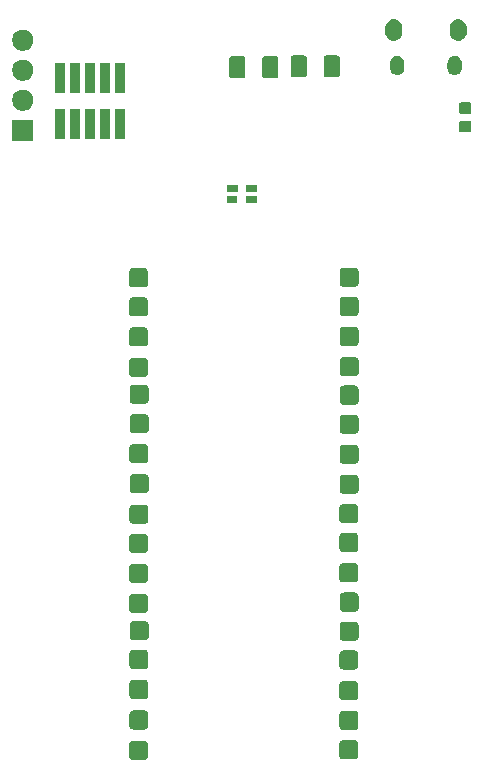
<source format=gbr>
G04 #@! TF.GenerationSoftware,KiCad,Pcbnew,(5.1.5-rc2)*
G04 #@! TF.CreationDate,2020-01-23T16:56:21-08:00*
G04 #@! TF.ProjectId,fpgb,66706762-2e6b-4696-9361-645f70636258,0.1*
G04 #@! TF.SameCoordinates,Original*
G04 #@! TF.FileFunction,Soldermask,Top*
G04 #@! TF.FilePolarity,Negative*
%FSLAX46Y46*%
G04 Gerber Fmt 4.6, Leading zero omitted, Abs format (unit mm)*
G04 Created by KiCad (PCBNEW (5.1.5-rc2)) date 2020-01-23 16:56:21*
%MOMM*%
%LPD*%
G04 APERTURE LIST*
%ADD10C,0.100000*%
G04 APERTURE END LIST*
D10*
G36*
X110670393Y-104655003D02*
G01*
X110734811Y-104674544D01*
X110794181Y-104706278D01*
X110846217Y-104748983D01*
X110888922Y-104801019D01*
X110920656Y-104860389D01*
X110940197Y-104924807D01*
X110947400Y-104997940D01*
X110947400Y-105923660D01*
X110940197Y-105996793D01*
X110920656Y-106061211D01*
X110888922Y-106120581D01*
X110846217Y-106172617D01*
X110794181Y-106215322D01*
X110734811Y-106247056D01*
X110670393Y-106266597D01*
X110597260Y-106273800D01*
X109671540Y-106273800D01*
X109598407Y-106266597D01*
X109533989Y-106247056D01*
X109474619Y-106215322D01*
X109422583Y-106172617D01*
X109379878Y-106120581D01*
X109348144Y-106061211D01*
X109328603Y-105996793D01*
X109321400Y-105923660D01*
X109321400Y-104997940D01*
X109328603Y-104924807D01*
X109348144Y-104860389D01*
X109379878Y-104801019D01*
X109422583Y-104748983D01*
X109474619Y-104706278D01*
X109533989Y-104674544D01*
X109598407Y-104655003D01*
X109671540Y-104647800D01*
X110597260Y-104647800D01*
X110670393Y-104655003D01*
G37*
G36*
X128475793Y-104604203D02*
G01*
X128540211Y-104623744D01*
X128599581Y-104655478D01*
X128651617Y-104698183D01*
X128694322Y-104750219D01*
X128726056Y-104809589D01*
X128745597Y-104874007D01*
X128752800Y-104947140D01*
X128752800Y-105872860D01*
X128745597Y-105945993D01*
X128726056Y-106010411D01*
X128694322Y-106069781D01*
X128651617Y-106121817D01*
X128599581Y-106164522D01*
X128540211Y-106196256D01*
X128475793Y-106215797D01*
X128402660Y-106223000D01*
X127476940Y-106223000D01*
X127403807Y-106215797D01*
X127339389Y-106196256D01*
X127280019Y-106164522D01*
X127227983Y-106121817D01*
X127185278Y-106069781D01*
X127153544Y-106010411D01*
X127134003Y-105945993D01*
X127126800Y-105872860D01*
X127126800Y-104947140D01*
X127134003Y-104874007D01*
X127153544Y-104809589D01*
X127185278Y-104750219D01*
X127227983Y-104698183D01*
X127280019Y-104655478D01*
X127339389Y-104623744D01*
X127403807Y-104604203D01*
X127476940Y-104597000D01*
X128402660Y-104597000D01*
X128475793Y-104604203D01*
G37*
G36*
X128475793Y-102115003D02*
G01*
X128540211Y-102134544D01*
X128599581Y-102166278D01*
X128651617Y-102208983D01*
X128694322Y-102261019D01*
X128726056Y-102320389D01*
X128745597Y-102384807D01*
X128752800Y-102457940D01*
X128752800Y-103383660D01*
X128745597Y-103456793D01*
X128726056Y-103521211D01*
X128694322Y-103580581D01*
X128651617Y-103632617D01*
X128599581Y-103675322D01*
X128540211Y-103707056D01*
X128475793Y-103726597D01*
X128402660Y-103733800D01*
X127476940Y-103733800D01*
X127403807Y-103726597D01*
X127339389Y-103707056D01*
X127280019Y-103675322D01*
X127227983Y-103632617D01*
X127185278Y-103580581D01*
X127153544Y-103521211D01*
X127134003Y-103456793D01*
X127126800Y-103383660D01*
X127126800Y-102457940D01*
X127134003Y-102384807D01*
X127153544Y-102320389D01*
X127185278Y-102261019D01*
X127227983Y-102208983D01*
X127280019Y-102166278D01*
X127339389Y-102134544D01*
X127403807Y-102115003D01*
X127476940Y-102107800D01*
X128402660Y-102107800D01*
X128475793Y-102115003D01*
G37*
G36*
X110695793Y-102089603D02*
G01*
X110760211Y-102109144D01*
X110819581Y-102140878D01*
X110871617Y-102183583D01*
X110914322Y-102235619D01*
X110946056Y-102294989D01*
X110965597Y-102359407D01*
X110972800Y-102432540D01*
X110972800Y-103358260D01*
X110965597Y-103431393D01*
X110946056Y-103495811D01*
X110914322Y-103555181D01*
X110871617Y-103607217D01*
X110819581Y-103649922D01*
X110760211Y-103681656D01*
X110695793Y-103701197D01*
X110622660Y-103708400D01*
X109696940Y-103708400D01*
X109623807Y-103701197D01*
X109559389Y-103681656D01*
X109500019Y-103649922D01*
X109447983Y-103607217D01*
X109405278Y-103555181D01*
X109373544Y-103495811D01*
X109354003Y-103431393D01*
X109346800Y-103358260D01*
X109346800Y-102432540D01*
X109354003Y-102359407D01*
X109373544Y-102294989D01*
X109405278Y-102235619D01*
X109447983Y-102183583D01*
X109500019Y-102140878D01*
X109559389Y-102109144D01*
X109623807Y-102089603D01*
X109696940Y-102082400D01*
X110622660Y-102082400D01*
X110695793Y-102089603D01*
G37*
G36*
X128475793Y-99600403D02*
G01*
X128540211Y-99619944D01*
X128599581Y-99651678D01*
X128651617Y-99694383D01*
X128694322Y-99746419D01*
X128726056Y-99805789D01*
X128745597Y-99870207D01*
X128752800Y-99943340D01*
X128752800Y-100869060D01*
X128745597Y-100942193D01*
X128726056Y-101006611D01*
X128694322Y-101065981D01*
X128651617Y-101118017D01*
X128599581Y-101160722D01*
X128540211Y-101192456D01*
X128475793Y-101211997D01*
X128402660Y-101219200D01*
X127476940Y-101219200D01*
X127403807Y-101211997D01*
X127339389Y-101192456D01*
X127280019Y-101160722D01*
X127227983Y-101118017D01*
X127185278Y-101065981D01*
X127153544Y-101006611D01*
X127134003Y-100942193D01*
X127126800Y-100869060D01*
X127126800Y-99943340D01*
X127134003Y-99870207D01*
X127153544Y-99805789D01*
X127185278Y-99746419D01*
X127227983Y-99694383D01*
X127280019Y-99651678D01*
X127339389Y-99619944D01*
X127403807Y-99600403D01*
X127476940Y-99593200D01*
X128402660Y-99593200D01*
X128475793Y-99600403D01*
G37*
G36*
X110695793Y-99498803D02*
G01*
X110760211Y-99518344D01*
X110819581Y-99550078D01*
X110871617Y-99592783D01*
X110914322Y-99644819D01*
X110946056Y-99704189D01*
X110965597Y-99768607D01*
X110972800Y-99841740D01*
X110972800Y-100767460D01*
X110965597Y-100840593D01*
X110946056Y-100905011D01*
X110914322Y-100964381D01*
X110871617Y-101016417D01*
X110819581Y-101059122D01*
X110760211Y-101090856D01*
X110695793Y-101110397D01*
X110622660Y-101117600D01*
X109696940Y-101117600D01*
X109623807Y-101110397D01*
X109559389Y-101090856D01*
X109500019Y-101059122D01*
X109447983Y-101016417D01*
X109405278Y-100964381D01*
X109373544Y-100905011D01*
X109354003Y-100840593D01*
X109346800Y-100767460D01*
X109346800Y-99841740D01*
X109354003Y-99768607D01*
X109373544Y-99704189D01*
X109405278Y-99644819D01*
X109447983Y-99592783D01*
X109500019Y-99550078D01*
X109559389Y-99518344D01*
X109623807Y-99498803D01*
X109696940Y-99491600D01*
X110622660Y-99491600D01*
X110695793Y-99498803D01*
G37*
G36*
X128475793Y-97009603D02*
G01*
X128540211Y-97029144D01*
X128599581Y-97060878D01*
X128651617Y-97103583D01*
X128694322Y-97155619D01*
X128726056Y-97214989D01*
X128745597Y-97279407D01*
X128752800Y-97352540D01*
X128752800Y-98278260D01*
X128745597Y-98351393D01*
X128726056Y-98415811D01*
X128694322Y-98475181D01*
X128651617Y-98527217D01*
X128599581Y-98569922D01*
X128540211Y-98601656D01*
X128475793Y-98621197D01*
X128402660Y-98628400D01*
X127476940Y-98628400D01*
X127403807Y-98621197D01*
X127339389Y-98601656D01*
X127280019Y-98569922D01*
X127227983Y-98527217D01*
X127185278Y-98475181D01*
X127153544Y-98415811D01*
X127134003Y-98351393D01*
X127126800Y-98278260D01*
X127126800Y-97352540D01*
X127134003Y-97279407D01*
X127153544Y-97214989D01*
X127185278Y-97155619D01*
X127227983Y-97103583D01*
X127280019Y-97060878D01*
X127339389Y-97029144D01*
X127403807Y-97009603D01*
X127476940Y-97002400D01*
X128402660Y-97002400D01*
X128475793Y-97009603D01*
G37*
G36*
X110695793Y-96958803D02*
G01*
X110760211Y-96978344D01*
X110819581Y-97010078D01*
X110871617Y-97052783D01*
X110914322Y-97104819D01*
X110946056Y-97164189D01*
X110965597Y-97228607D01*
X110972800Y-97301740D01*
X110972800Y-98227460D01*
X110965597Y-98300593D01*
X110946056Y-98365011D01*
X110914322Y-98424381D01*
X110871617Y-98476417D01*
X110819581Y-98519122D01*
X110760211Y-98550856D01*
X110695793Y-98570397D01*
X110622660Y-98577600D01*
X109696940Y-98577600D01*
X109623807Y-98570397D01*
X109559389Y-98550856D01*
X109500019Y-98519122D01*
X109447983Y-98476417D01*
X109405278Y-98424381D01*
X109373544Y-98365011D01*
X109354003Y-98300593D01*
X109346800Y-98227460D01*
X109346800Y-97301740D01*
X109354003Y-97228607D01*
X109373544Y-97164189D01*
X109405278Y-97104819D01*
X109447983Y-97052783D01*
X109500019Y-97010078D01*
X109559389Y-96978344D01*
X109623807Y-96958803D01*
X109696940Y-96951600D01*
X110622660Y-96951600D01*
X110695793Y-96958803D01*
G37*
G36*
X128501193Y-94571203D02*
G01*
X128565611Y-94590744D01*
X128624981Y-94622478D01*
X128677017Y-94665183D01*
X128719722Y-94717219D01*
X128751456Y-94776589D01*
X128770997Y-94841007D01*
X128778200Y-94914140D01*
X128778200Y-95839860D01*
X128770997Y-95912993D01*
X128751456Y-95977411D01*
X128719722Y-96036781D01*
X128677017Y-96088817D01*
X128624981Y-96131522D01*
X128565611Y-96163256D01*
X128501193Y-96182797D01*
X128428060Y-96190000D01*
X127502340Y-96190000D01*
X127429207Y-96182797D01*
X127364789Y-96163256D01*
X127305419Y-96131522D01*
X127253383Y-96088817D01*
X127210678Y-96036781D01*
X127178944Y-95977411D01*
X127159403Y-95912993D01*
X127152200Y-95839860D01*
X127152200Y-94914140D01*
X127159403Y-94841007D01*
X127178944Y-94776589D01*
X127210678Y-94717219D01*
X127253383Y-94665183D01*
X127305419Y-94622478D01*
X127364789Y-94590744D01*
X127429207Y-94571203D01*
X127502340Y-94564000D01*
X128428060Y-94564000D01*
X128501193Y-94571203D01*
G37*
G36*
X110721193Y-94520403D02*
G01*
X110785611Y-94539944D01*
X110844981Y-94571678D01*
X110897017Y-94614383D01*
X110939722Y-94666419D01*
X110971456Y-94725789D01*
X110990997Y-94790207D01*
X110998200Y-94863340D01*
X110998200Y-95789060D01*
X110990997Y-95862193D01*
X110971456Y-95926611D01*
X110939722Y-95985981D01*
X110897017Y-96038017D01*
X110844981Y-96080722D01*
X110785611Y-96112456D01*
X110721193Y-96131997D01*
X110648060Y-96139200D01*
X109722340Y-96139200D01*
X109649207Y-96131997D01*
X109584789Y-96112456D01*
X109525419Y-96080722D01*
X109473383Y-96038017D01*
X109430678Y-95985981D01*
X109398944Y-95926611D01*
X109379403Y-95862193D01*
X109372200Y-95789060D01*
X109372200Y-94863340D01*
X109379403Y-94790207D01*
X109398944Y-94725789D01*
X109430678Y-94666419D01*
X109473383Y-94614383D01*
X109525419Y-94571678D01*
X109584789Y-94539944D01*
X109649207Y-94520403D01*
X109722340Y-94513200D01*
X110648060Y-94513200D01*
X110721193Y-94520403D01*
G37*
G36*
X110670393Y-92234403D02*
G01*
X110734811Y-92253944D01*
X110794181Y-92285678D01*
X110846217Y-92328383D01*
X110888922Y-92380419D01*
X110920656Y-92439789D01*
X110940197Y-92504207D01*
X110947400Y-92577340D01*
X110947400Y-93503060D01*
X110940197Y-93576193D01*
X110920656Y-93640611D01*
X110888922Y-93699981D01*
X110846217Y-93752017D01*
X110794181Y-93794722D01*
X110734811Y-93826456D01*
X110670393Y-93845997D01*
X110597260Y-93853200D01*
X109671540Y-93853200D01*
X109598407Y-93845997D01*
X109533989Y-93826456D01*
X109474619Y-93794722D01*
X109422583Y-93752017D01*
X109379878Y-93699981D01*
X109348144Y-93640611D01*
X109328603Y-93576193D01*
X109321400Y-93503060D01*
X109321400Y-92577340D01*
X109328603Y-92504207D01*
X109348144Y-92439789D01*
X109379878Y-92380419D01*
X109422583Y-92328383D01*
X109474619Y-92285678D01*
X109533989Y-92253944D01*
X109598407Y-92234403D01*
X109671540Y-92227200D01*
X110597260Y-92227200D01*
X110670393Y-92234403D01*
G37*
G36*
X128501193Y-92107403D02*
G01*
X128565611Y-92126944D01*
X128624981Y-92158678D01*
X128677017Y-92201383D01*
X128719722Y-92253419D01*
X128751456Y-92312789D01*
X128770997Y-92377207D01*
X128778200Y-92450340D01*
X128778200Y-93376060D01*
X128770997Y-93449193D01*
X128751456Y-93513611D01*
X128719722Y-93572981D01*
X128677017Y-93625017D01*
X128624981Y-93667722D01*
X128565611Y-93699456D01*
X128501193Y-93718997D01*
X128428060Y-93726200D01*
X127502340Y-93726200D01*
X127429207Y-93718997D01*
X127364789Y-93699456D01*
X127305419Y-93667722D01*
X127253383Y-93625017D01*
X127210678Y-93572981D01*
X127178944Y-93513611D01*
X127159403Y-93449193D01*
X127152200Y-93376060D01*
X127152200Y-92450340D01*
X127159403Y-92377207D01*
X127178944Y-92312789D01*
X127210678Y-92253419D01*
X127253383Y-92201383D01*
X127305419Y-92158678D01*
X127364789Y-92126944D01*
X127429207Y-92107403D01*
X127502340Y-92100200D01*
X128428060Y-92100200D01*
X128501193Y-92107403D01*
G37*
G36*
X110670393Y-89694403D02*
G01*
X110734811Y-89713944D01*
X110794181Y-89745678D01*
X110846217Y-89788383D01*
X110888922Y-89840419D01*
X110920656Y-89899789D01*
X110940197Y-89964207D01*
X110947400Y-90037340D01*
X110947400Y-90963060D01*
X110940197Y-91036193D01*
X110920656Y-91100611D01*
X110888922Y-91159981D01*
X110846217Y-91212017D01*
X110794181Y-91254722D01*
X110734811Y-91286456D01*
X110670393Y-91305997D01*
X110597260Y-91313200D01*
X109671540Y-91313200D01*
X109598407Y-91305997D01*
X109533989Y-91286456D01*
X109474619Y-91254722D01*
X109422583Y-91212017D01*
X109379878Y-91159981D01*
X109348144Y-91100611D01*
X109328603Y-91036193D01*
X109321400Y-90963060D01*
X109321400Y-90037340D01*
X109328603Y-89964207D01*
X109348144Y-89899789D01*
X109379878Y-89840419D01*
X109422583Y-89788383D01*
X109474619Y-89745678D01*
X109533989Y-89713944D01*
X109598407Y-89694403D01*
X109671540Y-89687200D01*
X110597260Y-89687200D01*
X110670393Y-89694403D01*
G37*
G36*
X128475793Y-89618203D02*
G01*
X128540211Y-89637744D01*
X128599581Y-89669478D01*
X128651617Y-89712183D01*
X128694322Y-89764219D01*
X128726056Y-89823589D01*
X128745597Y-89888007D01*
X128752800Y-89961140D01*
X128752800Y-90886860D01*
X128745597Y-90959993D01*
X128726056Y-91024411D01*
X128694322Y-91083781D01*
X128651617Y-91135817D01*
X128599581Y-91178522D01*
X128540211Y-91210256D01*
X128475793Y-91229797D01*
X128402660Y-91237000D01*
X127476940Y-91237000D01*
X127403807Y-91229797D01*
X127339389Y-91210256D01*
X127280019Y-91178522D01*
X127227983Y-91135817D01*
X127185278Y-91083781D01*
X127153544Y-91024411D01*
X127134003Y-90959993D01*
X127126800Y-90886860D01*
X127126800Y-89961140D01*
X127134003Y-89888007D01*
X127153544Y-89823589D01*
X127185278Y-89764219D01*
X127227983Y-89712183D01*
X127280019Y-89669478D01*
X127339389Y-89637744D01*
X127403807Y-89618203D01*
X127476940Y-89611000D01*
X128402660Y-89611000D01*
X128475793Y-89618203D01*
G37*
G36*
X110670393Y-87154403D02*
G01*
X110734811Y-87173944D01*
X110794181Y-87205678D01*
X110846217Y-87248383D01*
X110888922Y-87300419D01*
X110920656Y-87359789D01*
X110940197Y-87424207D01*
X110947400Y-87497340D01*
X110947400Y-88423060D01*
X110940197Y-88496193D01*
X110920656Y-88560611D01*
X110888922Y-88619981D01*
X110846217Y-88672017D01*
X110794181Y-88714722D01*
X110734811Y-88746456D01*
X110670393Y-88765997D01*
X110597260Y-88773200D01*
X109671540Y-88773200D01*
X109598407Y-88765997D01*
X109533989Y-88746456D01*
X109474619Y-88714722D01*
X109422583Y-88672017D01*
X109379878Y-88619981D01*
X109348144Y-88560611D01*
X109328603Y-88496193D01*
X109321400Y-88423060D01*
X109321400Y-87497340D01*
X109328603Y-87424207D01*
X109348144Y-87359789D01*
X109379878Y-87300419D01*
X109422583Y-87248383D01*
X109474619Y-87205678D01*
X109533989Y-87173944D01*
X109598407Y-87154403D01*
X109671540Y-87147200D01*
X110597260Y-87147200D01*
X110670393Y-87154403D01*
G37*
G36*
X128475793Y-87052803D02*
G01*
X128540211Y-87072344D01*
X128599581Y-87104078D01*
X128651617Y-87146783D01*
X128694322Y-87198819D01*
X128726056Y-87258189D01*
X128745597Y-87322607D01*
X128752800Y-87395740D01*
X128752800Y-88321460D01*
X128745597Y-88394593D01*
X128726056Y-88459011D01*
X128694322Y-88518381D01*
X128651617Y-88570417D01*
X128599581Y-88613122D01*
X128540211Y-88644856D01*
X128475793Y-88664397D01*
X128402660Y-88671600D01*
X127476940Y-88671600D01*
X127403807Y-88664397D01*
X127339389Y-88644856D01*
X127280019Y-88613122D01*
X127227983Y-88570417D01*
X127185278Y-88518381D01*
X127153544Y-88459011D01*
X127134003Y-88394593D01*
X127126800Y-88321460D01*
X127126800Y-87395740D01*
X127134003Y-87322607D01*
X127153544Y-87258189D01*
X127185278Y-87198819D01*
X127227983Y-87146783D01*
X127280019Y-87104078D01*
X127339389Y-87072344D01*
X127403807Y-87052803D01*
X127476940Y-87045600D01*
X128402660Y-87045600D01*
X128475793Y-87052803D01*
G37*
G36*
X110695793Y-84665203D02*
G01*
X110760211Y-84684744D01*
X110819581Y-84716478D01*
X110871617Y-84759183D01*
X110914322Y-84811219D01*
X110946056Y-84870589D01*
X110965597Y-84935007D01*
X110972800Y-85008140D01*
X110972800Y-85933860D01*
X110965597Y-86006993D01*
X110946056Y-86071411D01*
X110914322Y-86130781D01*
X110871617Y-86182817D01*
X110819581Y-86225522D01*
X110760211Y-86257256D01*
X110695793Y-86276797D01*
X110622660Y-86284000D01*
X109696940Y-86284000D01*
X109623807Y-86276797D01*
X109559389Y-86257256D01*
X109500019Y-86225522D01*
X109447983Y-86182817D01*
X109405278Y-86130781D01*
X109373544Y-86071411D01*
X109354003Y-86006993D01*
X109346800Y-85933860D01*
X109346800Y-85008140D01*
X109354003Y-84935007D01*
X109373544Y-84870589D01*
X109405278Y-84811219D01*
X109447983Y-84759183D01*
X109500019Y-84716478D01*
X109559389Y-84684744D01*
X109623807Y-84665203D01*
X109696940Y-84658000D01*
X110622660Y-84658000D01*
X110695793Y-84665203D01*
G37*
G36*
X128475793Y-84614403D02*
G01*
X128540211Y-84633944D01*
X128599581Y-84665678D01*
X128651617Y-84708383D01*
X128694322Y-84760419D01*
X128726056Y-84819789D01*
X128745597Y-84884207D01*
X128752800Y-84957340D01*
X128752800Y-85883060D01*
X128745597Y-85956193D01*
X128726056Y-86020611D01*
X128694322Y-86079981D01*
X128651617Y-86132017D01*
X128599581Y-86174722D01*
X128540211Y-86206456D01*
X128475793Y-86225997D01*
X128402660Y-86233200D01*
X127476940Y-86233200D01*
X127403807Y-86225997D01*
X127339389Y-86206456D01*
X127280019Y-86174722D01*
X127227983Y-86132017D01*
X127185278Y-86079981D01*
X127153544Y-86020611D01*
X127134003Y-85956193D01*
X127126800Y-85883060D01*
X127126800Y-84957340D01*
X127134003Y-84884207D01*
X127153544Y-84819789D01*
X127185278Y-84760419D01*
X127227983Y-84708383D01*
X127280019Y-84665678D01*
X127339389Y-84633944D01*
X127403807Y-84614403D01*
X127476940Y-84607200D01*
X128402660Y-84607200D01*
X128475793Y-84614403D01*
G37*
G36*
X128501193Y-82125203D02*
G01*
X128565611Y-82144744D01*
X128624981Y-82176478D01*
X128677017Y-82219183D01*
X128719722Y-82271219D01*
X128751456Y-82330589D01*
X128770997Y-82395007D01*
X128778200Y-82468140D01*
X128778200Y-83393860D01*
X128770997Y-83466993D01*
X128751456Y-83531411D01*
X128719722Y-83590781D01*
X128677017Y-83642817D01*
X128624981Y-83685522D01*
X128565611Y-83717256D01*
X128501193Y-83736797D01*
X128428060Y-83744000D01*
X127502340Y-83744000D01*
X127429207Y-83736797D01*
X127364789Y-83717256D01*
X127305419Y-83685522D01*
X127253383Y-83642817D01*
X127210678Y-83590781D01*
X127178944Y-83531411D01*
X127159403Y-83466993D01*
X127152200Y-83393860D01*
X127152200Y-82468140D01*
X127159403Y-82395007D01*
X127178944Y-82330589D01*
X127210678Y-82271219D01*
X127253383Y-82219183D01*
X127305419Y-82176478D01*
X127364789Y-82144744D01*
X127429207Y-82125203D01*
X127502340Y-82118000D01*
X128428060Y-82118000D01*
X128501193Y-82125203D01*
G37*
G36*
X110721193Y-82074403D02*
G01*
X110785611Y-82093944D01*
X110844981Y-82125678D01*
X110897017Y-82168383D01*
X110939722Y-82220419D01*
X110971456Y-82279789D01*
X110990997Y-82344207D01*
X110998200Y-82417340D01*
X110998200Y-83343060D01*
X110990997Y-83416193D01*
X110971456Y-83480611D01*
X110939722Y-83539981D01*
X110897017Y-83592017D01*
X110844981Y-83634722D01*
X110785611Y-83666456D01*
X110721193Y-83685997D01*
X110648060Y-83693200D01*
X109722340Y-83693200D01*
X109649207Y-83685997D01*
X109584789Y-83666456D01*
X109525419Y-83634722D01*
X109473383Y-83592017D01*
X109430678Y-83539981D01*
X109398944Y-83480611D01*
X109379403Y-83416193D01*
X109372200Y-83343060D01*
X109372200Y-82417340D01*
X109379403Y-82344207D01*
X109398944Y-82279789D01*
X109430678Y-82220419D01*
X109473383Y-82168383D01*
X109525419Y-82125678D01*
X109584789Y-82093944D01*
X109649207Y-82074403D01*
X109722340Y-82067200D01*
X110648060Y-82067200D01*
X110721193Y-82074403D01*
G37*
G36*
X128501193Y-79585203D02*
G01*
X128565611Y-79604744D01*
X128624981Y-79636478D01*
X128677017Y-79679183D01*
X128719722Y-79731219D01*
X128751456Y-79790589D01*
X128770997Y-79855007D01*
X128778200Y-79928140D01*
X128778200Y-80853860D01*
X128770997Y-80926993D01*
X128751456Y-80991411D01*
X128719722Y-81050781D01*
X128677017Y-81102817D01*
X128624981Y-81145522D01*
X128565611Y-81177256D01*
X128501193Y-81196797D01*
X128428060Y-81204000D01*
X127502340Y-81204000D01*
X127429207Y-81196797D01*
X127364789Y-81177256D01*
X127305419Y-81145522D01*
X127253383Y-81102817D01*
X127210678Y-81050781D01*
X127178944Y-80991411D01*
X127159403Y-80926993D01*
X127152200Y-80853860D01*
X127152200Y-79928140D01*
X127159403Y-79855007D01*
X127178944Y-79790589D01*
X127210678Y-79731219D01*
X127253383Y-79679183D01*
X127305419Y-79636478D01*
X127364789Y-79604744D01*
X127429207Y-79585203D01*
X127502340Y-79578000D01*
X128428060Y-79578000D01*
X128501193Y-79585203D01*
G37*
G36*
X110695793Y-79534403D02*
G01*
X110760211Y-79553944D01*
X110819581Y-79585678D01*
X110871617Y-79628383D01*
X110914322Y-79680419D01*
X110946056Y-79739789D01*
X110965597Y-79804207D01*
X110972800Y-79877340D01*
X110972800Y-80803060D01*
X110965597Y-80876193D01*
X110946056Y-80940611D01*
X110914322Y-80999981D01*
X110871617Y-81052017D01*
X110819581Y-81094722D01*
X110760211Y-81126456D01*
X110695793Y-81145997D01*
X110622660Y-81153200D01*
X109696940Y-81153200D01*
X109623807Y-81145997D01*
X109559389Y-81126456D01*
X109500019Y-81094722D01*
X109447983Y-81052017D01*
X109405278Y-80999981D01*
X109373544Y-80940611D01*
X109354003Y-80876193D01*
X109346800Y-80803060D01*
X109346800Y-79877340D01*
X109354003Y-79804207D01*
X109373544Y-79739789D01*
X109405278Y-79680419D01*
X109447983Y-79628383D01*
X109500019Y-79585678D01*
X109559389Y-79553944D01*
X109623807Y-79534403D01*
X109696940Y-79527200D01*
X110622660Y-79527200D01*
X110695793Y-79534403D01*
G37*
G36*
X128501193Y-77045203D02*
G01*
X128565611Y-77064744D01*
X128624981Y-77096478D01*
X128677017Y-77139183D01*
X128719722Y-77191219D01*
X128751456Y-77250589D01*
X128770997Y-77315007D01*
X128778200Y-77388140D01*
X128778200Y-78313860D01*
X128770997Y-78386993D01*
X128751456Y-78451411D01*
X128719722Y-78510781D01*
X128677017Y-78562817D01*
X128624981Y-78605522D01*
X128565611Y-78637256D01*
X128501193Y-78656797D01*
X128428060Y-78664000D01*
X127502340Y-78664000D01*
X127429207Y-78656797D01*
X127364789Y-78637256D01*
X127305419Y-78605522D01*
X127253383Y-78562817D01*
X127210678Y-78510781D01*
X127178944Y-78451411D01*
X127159403Y-78386993D01*
X127152200Y-78313860D01*
X127152200Y-77388140D01*
X127159403Y-77315007D01*
X127178944Y-77250589D01*
X127210678Y-77191219D01*
X127253383Y-77139183D01*
X127305419Y-77096478D01*
X127364789Y-77064744D01*
X127429207Y-77045203D01*
X127502340Y-77038000D01*
X128428060Y-77038000D01*
X128501193Y-77045203D01*
G37*
G36*
X110721193Y-76994403D02*
G01*
X110785611Y-77013944D01*
X110844981Y-77045678D01*
X110897017Y-77088383D01*
X110939722Y-77140419D01*
X110971456Y-77199789D01*
X110990997Y-77264207D01*
X110998200Y-77337340D01*
X110998200Y-78263060D01*
X110990997Y-78336193D01*
X110971456Y-78400611D01*
X110939722Y-78459981D01*
X110897017Y-78512017D01*
X110844981Y-78554722D01*
X110785611Y-78586456D01*
X110721193Y-78605997D01*
X110648060Y-78613200D01*
X109722340Y-78613200D01*
X109649207Y-78605997D01*
X109584789Y-78586456D01*
X109525419Y-78554722D01*
X109473383Y-78512017D01*
X109430678Y-78459981D01*
X109398944Y-78400611D01*
X109379403Y-78336193D01*
X109372200Y-78263060D01*
X109372200Y-77337340D01*
X109379403Y-77264207D01*
X109398944Y-77199789D01*
X109430678Y-77140419D01*
X109473383Y-77088383D01*
X109525419Y-77045678D01*
X109584789Y-77013944D01*
X109649207Y-76994403D01*
X109722340Y-76987200D01*
X110648060Y-76987200D01*
X110721193Y-76994403D01*
G37*
G36*
X128501193Y-74581403D02*
G01*
X128565611Y-74600944D01*
X128624981Y-74632678D01*
X128677017Y-74675383D01*
X128719722Y-74727419D01*
X128751456Y-74786789D01*
X128770997Y-74851207D01*
X128778200Y-74924340D01*
X128778200Y-75850060D01*
X128770997Y-75923193D01*
X128751456Y-75987611D01*
X128719722Y-76046981D01*
X128677017Y-76099017D01*
X128624981Y-76141722D01*
X128565611Y-76173456D01*
X128501193Y-76192997D01*
X128428060Y-76200200D01*
X127502340Y-76200200D01*
X127429207Y-76192997D01*
X127364789Y-76173456D01*
X127305419Y-76141722D01*
X127253383Y-76099017D01*
X127210678Y-76046981D01*
X127178944Y-75987611D01*
X127159403Y-75923193D01*
X127152200Y-75850060D01*
X127152200Y-74924340D01*
X127159403Y-74851207D01*
X127178944Y-74786789D01*
X127210678Y-74727419D01*
X127253383Y-74675383D01*
X127305419Y-74632678D01*
X127364789Y-74600944D01*
X127429207Y-74581403D01*
X127502340Y-74574200D01*
X128428060Y-74574200D01*
X128501193Y-74581403D01*
G37*
G36*
X110721193Y-74505203D02*
G01*
X110785611Y-74524744D01*
X110844981Y-74556478D01*
X110897017Y-74599183D01*
X110939722Y-74651219D01*
X110971456Y-74710589D01*
X110990997Y-74775007D01*
X110998200Y-74848140D01*
X110998200Y-75773860D01*
X110990997Y-75846993D01*
X110971456Y-75911411D01*
X110939722Y-75970781D01*
X110897017Y-76022817D01*
X110844981Y-76065522D01*
X110785611Y-76097256D01*
X110721193Y-76116797D01*
X110648060Y-76124000D01*
X109722340Y-76124000D01*
X109649207Y-76116797D01*
X109584789Y-76097256D01*
X109525419Y-76065522D01*
X109473383Y-76022817D01*
X109430678Y-75970781D01*
X109398944Y-75911411D01*
X109379403Y-75846993D01*
X109372200Y-75773860D01*
X109372200Y-74848140D01*
X109379403Y-74775007D01*
X109398944Y-74710589D01*
X109430678Y-74651219D01*
X109473383Y-74599183D01*
X109525419Y-74556478D01*
X109584789Y-74524744D01*
X109649207Y-74505203D01*
X109722340Y-74498000D01*
X110648060Y-74498000D01*
X110721193Y-74505203D01*
G37*
G36*
X110670393Y-72219203D02*
G01*
X110734811Y-72238744D01*
X110794181Y-72270478D01*
X110846217Y-72313183D01*
X110888922Y-72365219D01*
X110920656Y-72424589D01*
X110940197Y-72489007D01*
X110947400Y-72562140D01*
X110947400Y-73487860D01*
X110940197Y-73560993D01*
X110920656Y-73625411D01*
X110888922Y-73684781D01*
X110846217Y-73736817D01*
X110794181Y-73779522D01*
X110734811Y-73811256D01*
X110670393Y-73830797D01*
X110597260Y-73838000D01*
X109671540Y-73838000D01*
X109598407Y-73830797D01*
X109533989Y-73811256D01*
X109474619Y-73779522D01*
X109422583Y-73736817D01*
X109379878Y-73684781D01*
X109348144Y-73625411D01*
X109328603Y-73560993D01*
X109321400Y-73487860D01*
X109321400Y-72562140D01*
X109328603Y-72489007D01*
X109348144Y-72424589D01*
X109379878Y-72365219D01*
X109422583Y-72313183D01*
X109474619Y-72270478D01*
X109533989Y-72238744D01*
X109598407Y-72219203D01*
X109671540Y-72212000D01*
X110597260Y-72212000D01*
X110670393Y-72219203D01*
G37*
G36*
X128501193Y-72168403D02*
G01*
X128565611Y-72187944D01*
X128624981Y-72219678D01*
X128677017Y-72262383D01*
X128719722Y-72314419D01*
X128751456Y-72373789D01*
X128770997Y-72438207D01*
X128778200Y-72511340D01*
X128778200Y-73437060D01*
X128770997Y-73510193D01*
X128751456Y-73574611D01*
X128719722Y-73633981D01*
X128677017Y-73686017D01*
X128624981Y-73728722D01*
X128565611Y-73760456D01*
X128501193Y-73779997D01*
X128428060Y-73787200D01*
X127502340Y-73787200D01*
X127429207Y-73779997D01*
X127364789Y-73760456D01*
X127305419Y-73728722D01*
X127253383Y-73686017D01*
X127210678Y-73633981D01*
X127178944Y-73574611D01*
X127159403Y-73510193D01*
X127152200Y-73437060D01*
X127152200Y-72511340D01*
X127159403Y-72438207D01*
X127178944Y-72373789D01*
X127210678Y-72314419D01*
X127253383Y-72262383D01*
X127305419Y-72219678D01*
X127364789Y-72187944D01*
X127429207Y-72168403D01*
X127502340Y-72161200D01*
X128428060Y-72161200D01*
X128501193Y-72168403D01*
G37*
G36*
X110670393Y-69653803D02*
G01*
X110734811Y-69673344D01*
X110794181Y-69705078D01*
X110846217Y-69747783D01*
X110888922Y-69799819D01*
X110920656Y-69859189D01*
X110940197Y-69923607D01*
X110947400Y-69996740D01*
X110947400Y-70922460D01*
X110940197Y-70995593D01*
X110920656Y-71060011D01*
X110888922Y-71119381D01*
X110846217Y-71171417D01*
X110794181Y-71214122D01*
X110734811Y-71245856D01*
X110670393Y-71265397D01*
X110597260Y-71272600D01*
X109671540Y-71272600D01*
X109598407Y-71265397D01*
X109533989Y-71245856D01*
X109474619Y-71214122D01*
X109422583Y-71171417D01*
X109379878Y-71119381D01*
X109348144Y-71060011D01*
X109328603Y-70995593D01*
X109321400Y-70922460D01*
X109321400Y-69996740D01*
X109328603Y-69923607D01*
X109348144Y-69859189D01*
X109379878Y-69799819D01*
X109422583Y-69747783D01*
X109474619Y-69705078D01*
X109533989Y-69673344D01*
X109598407Y-69653803D01*
X109671540Y-69646600D01*
X110597260Y-69646600D01*
X110670393Y-69653803D01*
G37*
G36*
X128501193Y-69603003D02*
G01*
X128565611Y-69622544D01*
X128624981Y-69654278D01*
X128677017Y-69696983D01*
X128719722Y-69749019D01*
X128751456Y-69808389D01*
X128770997Y-69872807D01*
X128778200Y-69945940D01*
X128778200Y-70871660D01*
X128770997Y-70944793D01*
X128751456Y-71009211D01*
X128719722Y-71068581D01*
X128677017Y-71120617D01*
X128624981Y-71163322D01*
X128565611Y-71195056D01*
X128501193Y-71214597D01*
X128428060Y-71221800D01*
X127502340Y-71221800D01*
X127429207Y-71214597D01*
X127364789Y-71195056D01*
X127305419Y-71163322D01*
X127253383Y-71120617D01*
X127210678Y-71068581D01*
X127178944Y-71009211D01*
X127159403Y-70944793D01*
X127152200Y-70871660D01*
X127152200Y-69945940D01*
X127159403Y-69872807D01*
X127178944Y-69808389D01*
X127210678Y-69749019D01*
X127253383Y-69696983D01*
X127305419Y-69654278D01*
X127364789Y-69622544D01*
X127429207Y-69603003D01*
X127502340Y-69595800D01*
X128428060Y-69595800D01*
X128501193Y-69603003D01*
G37*
G36*
X110670393Y-67113803D02*
G01*
X110734811Y-67133344D01*
X110794181Y-67165078D01*
X110846217Y-67207783D01*
X110888922Y-67259819D01*
X110920656Y-67319189D01*
X110940197Y-67383607D01*
X110947400Y-67456740D01*
X110947400Y-68382460D01*
X110940197Y-68455593D01*
X110920656Y-68520011D01*
X110888922Y-68579381D01*
X110846217Y-68631417D01*
X110794181Y-68674122D01*
X110734811Y-68705856D01*
X110670393Y-68725397D01*
X110597260Y-68732600D01*
X109671540Y-68732600D01*
X109598407Y-68725397D01*
X109533989Y-68705856D01*
X109474619Y-68674122D01*
X109422583Y-68631417D01*
X109379878Y-68579381D01*
X109348144Y-68520011D01*
X109328603Y-68455593D01*
X109321400Y-68382460D01*
X109321400Y-67456740D01*
X109328603Y-67383607D01*
X109348144Y-67319189D01*
X109379878Y-67259819D01*
X109422583Y-67207783D01*
X109474619Y-67165078D01*
X109533989Y-67133344D01*
X109598407Y-67113803D01*
X109671540Y-67106600D01*
X110597260Y-67106600D01*
X110670393Y-67113803D01*
G37*
G36*
X128501193Y-67063003D02*
G01*
X128565611Y-67082544D01*
X128624981Y-67114278D01*
X128677017Y-67156983D01*
X128719722Y-67209019D01*
X128751456Y-67268389D01*
X128770997Y-67332807D01*
X128778200Y-67405940D01*
X128778200Y-68331660D01*
X128770997Y-68404793D01*
X128751456Y-68469211D01*
X128719722Y-68528581D01*
X128677017Y-68580617D01*
X128624981Y-68623322D01*
X128565611Y-68655056D01*
X128501193Y-68674597D01*
X128428060Y-68681800D01*
X127502340Y-68681800D01*
X127429207Y-68674597D01*
X127364789Y-68655056D01*
X127305419Y-68623322D01*
X127253383Y-68580617D01*
X127210678Y-68528581D01*
X127178944Y-68469211D01*
X127159403Y-68404793D01*
X127152200Y-68331660D01*
X127152200Y-67405940D01*
X127159403Y-67332807D01*
X127178944Y-67268389D01*
X127210678Y-67209019D01*
X127253383Y-67156983D01*
X127305419Y-67114278D01*
X127364789Y-67082544D01*
X127429207Y-67063003D01*
X127502340Y-67055800D01*
X128428060Y-67055800D01*
X128501193Y-67063003D01*
G37*
G36*
X110670393Y-64650003D02*
G01*
X110734811Y-64669544D01*
X110794181Y-64701278D01*
X110846217Y-64743983D01*
X110888922Y-64796019D01*
X110920656Y-64855389D01*
X110940197Y-64919807D01*
X110947400Y-64992940D01*
X110947400Y-65918660D01*
X110940197Y-65991793D01*
X110920656Y-66056211D01*
X110888922Y-66115581D01*
X110846217Y-66167617D01*
X110794181Y-66210322D01*
X110734811Y-66242056D01*
X110670393Y-66261597D01*
X110597260Y-66268800D01*
X109671540Y-66268800D01*
X109598407Y-66261597D01*
X109533989Y-66242056D01*
X109474619Y-66210322D01*
X109422583Y-66167617D01*
X109379878Y-66115581D01*
X109348144Y-66056211D01*
X109328603Y-65991793D01*
X109321400Y-65918660D01*
X109321400Y-64992940D01*
X109328603Y-64919807D01*
X109348144Y-64855389D01*
X109379878Y-64796019D01*
X109422583Y-64743983D01*
X109474619Y-64701278D01*
X109533989Y-64669544D01*
X109598407Y-64650003D01*
X109671540Y-64642800D01*
X110597260Y-64642800D01*
X110670393Y-64650003D01*
G37*
G36*
X128501193Y-64599203D02*
G01*
X128565611Y-64618744D01*
X128624981Y-64650478D01*
X128677017Y-64693183D01*
X128719722Y-64745219D01*
X128751456Y-64804589D01*
X128770997Y-64869007D01*
X128778200Y-64942140D01*
X128778200Y-65867860D01*
X128770997Y-65940993D01*
X128751456Y-66005411D01*
X128719722Y-66064781D01*
X128677017Y-66116817D01*
X128624981Y-66159522D01*
X128565611Y-66191256D01*
X128501193Y-66210797D01*
X128428060Y-66218000D01*
X127502340Y-66218000D01*
X127429207Y-66210797D01*
X127364789Y-66191256D01*
X127305419Y-66159522D01*
X127253383Y-66116817D01*
X127210678Y-66064781D01*
X127178944Y-66005411D01*
X127159403Y-65940993D01*
X127152200Y-65867860D01*
X127152200Y-64942140D01*
X127159403Y-64869007D01*
X127178944Y-64804589D01*
X127210678Y-64745219D01*
X127253383Y-64693183D01*
X127305419Y-64650478D01*
X127364789Y-64618744D01*
X127429207Y-64599203D01*
X127502340Y-64592000D01*
X128428060Y-64592000D01*
X128501193Y-64599203D01*
G37*
G36*
X118510200Y-59107500D02*
G01*
X117608200Y-59107500D01*
X117608200Y-58505500D01*
X118510200Y-58505500D01*
X118510200Y-59107500D01*
G37*
G36*
X120123000Y-59107500D02*
G01*
X119221000Y-59107500D01*
X119221000Y-58505500D01*
X120123000Y-58505500D01*
X120123000Y-59107500D01*
G37*
G36*
X118523000Y-58207500D02*
G01*
X117621000Y-58207500D01*
X117621000Y-57605500D01*
X118523000Y-57605500D01*
X118523000Y-58207500D01*
G37*
G36*
X120123000Y-58207500D02*
G01*
X119221000Y-58207500D01*
X119221000Y-57605500D01*
X120123000Y-57605500D01*
X120123000Y-58207500D01*
G37*
G36*
X101231000Y-53860000D02*
G01*
X99429000Y-53860000D01*
X99429000Y-52058000D01*
X101231000Y-52058000D01*
X101231000Y-53860000D01*
G37*
G36*
X103926000Y-53683500D02*
G01*
X103084000Y-53683500D01*
X103084000Y-51181500D01*
X103926000Y-51181500D01*
X103926000Y-53683500D01*
G37*
G36*
X105196000Y-53683500D02*
G01*
X104354000Y-53683500D01*
X104354000Y-51181500D01*
X105196000Y-51181500D01*
X105196000Y-53683500D01*
G37*
G36*
X106466000Y-53683500D02*
G01*
X105624000Y-53683500D01*
X105624000Y-51181500D01*
X106466000Y-51181500D01*
X106466000Y-53683500D01*
G37*
G36*
X107736000Y-53683500D02*
G01*
X106894000Y-53683500D01*
X106894000Y-51181500D01*
X107736000Y-51181500D01*
X107736000Y-53683500D01*
G37*
G36*
X109006000Y-53683500D02*
G01*
X108164000Y-53683500D01*
X108164000Y-51181500D01*
X109006000Y-51181500D01*
X109006000Y-53683500D01*
G37*
G36*
X138174591Y-52182585D02*
G01*
X138208569Y-52192893D01*
X138239890Y-52209634D01*
X138267339Y-52232161D01*
X138289866Y-52259610D01*
X138306607Y-52290931D01*
X138316915Y-52324909D01*
X138321000Y-52366390D01*
X138321000Y-52967610D01*
X138316915Y-53009091D01*
X138306607Y-53043069D01*
X138289866Y-53074390D01*
X138267339Y-53101839D01*
X138239890Y-53124366D01*
X138208569Y-53141107D01*
X138174591Y-53151415D01*
X138133110Y-53155500D01*
X137456890Y-53155500D01*
X137415409Y-53151415D01*
X137381431Y-53141107D01*
X137350110Y-53124366D01*
X137322661Y-53101839D01*
X137300134Y-53074390D01*
X137283393Y-53043069D01*
X137273085Y-53009091D01*
X137269000Y-52967610D01*
X137269000Y-52366390D01*
X137273085Y-52324909D01*
X137283393Y-52290931D01*
X137300134Y-52259610D01*
X137322661Y-52232161D01*
X137350110Y-52209634D01*
X137381431Y-52192893D01*
X137415409Y-52182585D01*
X137456890Y-52178500D01*
X138133110Y-52178500D01*
X138174591Y-52182585D01*
G37*
G36*
X138174591Y-50607585D02*
G01*
X138208569Y-50617893D01*
X138239890Y-50634634D01*
X138267339Y-50657161D01*
X138289866Y-50684610D01*
X138306607Y-50715931D01*
X138316915Y-50749909D01*
X138321000Y-50791390D01*
X138321000Y-51392610D01*
X138316915Y-51434091D01*
X138306607Y-51468069D01*
X138289866Y-51499390D01*
X138267339Y-51526839D01*
X138239890Y-51549366D01*
X138208569Y-51566107D01*
X138174591Y-51576415D01*
X138133110Y-51580500D01*
X137456890Y-51580500D01*
X137415409Y-51576415D01*
X137381431Y-51566107D01*
X137350110Y-51549366D01*
X137322661Y-51526839D01*
X137300134Y-51499390D01*
X137283393Y-51468069D01*
X137273085Y-51434091D01*
X137269000Y-51392610D01*
X137269000Y-50791390D01*
X137273085Y-50749909D01*
X137283393Y-50715931D01*
X137300134Y-50684610D01*
X137322661Y-50657161D01*
X137350110Y-50634634D01*
X137381431Y-50617893D01*
X137415409Y-50607585D01*
X137456890Y-50603500D01*
X138133110Y-50603500D01*
X138174591Y-50607585D01*
G37*
G36*
X100443512Y-49522927D02*
G01*
X100592812Y-49552624D01*
X100756784Y-49620544D01*
X100904354Y-49719147D01*
X101029853Y-49844646D01*
X101128456Y-49992216D01*
X101196376Y-50156188D01*
X101231000Y-50330259D01*
X101231000Y-50507741D01*
X101196376Y-50681812D01*
X101128456Y-50845784D01*
X101029853Y-50993354D01*
X100904354Y-51118853D01*
X100756784Y-51217456D01*
X100592812Y-51285376D01*
X100443512Y-51315073D01*
X100418742Y-51320000D01*
X100241258Y-51320000D01*
X100216488Y-51315073D01*
X100067188Y-51285376D01*
X99903216Y-51217456D01*
X99755646Y-51118853D01*
X99630147Y-50993354D01*
X99531544Y-50845784D01*
X99463624Y-50681812D01*
X99429000Y-50507741D01*
X99429000Y-50330259D01*
X99463624Y-50156188D01*
X99531544Y-49992216D01*
X99630147Y-49844646D01*
X99755646Y-49719147D01*
X99903216Y-49620544D01*
X100067188Y-49552624D01*
X100216488Y-49522927D01*
X100241258Y-49518000D01*
X100418742Y-49518000D01*
X100443512Y-49522927D01*
G37*
G36*
X109006000Y-49783500D02*
G01*
X108164000Y-49783500D01*
X108164000Y-47281500D01*
X109006000Y-47281500D01*
X109006000Y-49783500D01*
G37*
G36*
X107736000Y-49783500D02*
G01*
X106894000Y-49783500D01*
X106894000Y-47281500D01*
X107736000Y-47281500D01*
X107736000Y-49783500D01*
G37*
G36*
X106466000Y-49783500D02*
G01*
X105624000Y-49783500D01*
X105624000Y-47281500D01*
X106466000Y-47281500D01*
X106466000Y-49783500D01*
G37*
G36*
X105196000Y-49783500D02*
G01*
X104354000Y-49783500D01*
X104354000Y-47281500D01*
X105196000Y-47281500D01*
X105196000Y-49783500D01*
G37*
G36*
X103926000Y-49783500D02*
G01*
X103084000Y-49783500D01*
X103084000Y-47281500D01*
X103926000Y-47281500D01*
X103926000Y-49783500D01*
G37*
G36*
X100443512Y-46982927D02*
G01*
X100592812Y-47012624D01*
X100756784Y-47080544D01*
X100904354Y-47179147D01*
X101029853Y-47304646D01*
X101128456Y-47452216D01*
X101196376Y-47616188D01*
X101231000Y-47790259D01*
X101231000Y-47967741D01*
X101196376Y-48141812D01*
X101128456Y-48305784D01*
X101029853Y-48453354D01*
X100904354Y-48578853D01*
X100756784Y-48677456D01*
X100592812Y-48745376D01*
X100443512Y-48775073D01*
X100418742Y-48780000D01*
X100241258Y-48780000D01*
X100216488Y-48775073D01*
X100067188Y-48745376D01*
X99903216Y-48677456D01*
X99755646Y-48578853D01*
X99630147Y-48453354D01*
X99531544Y-48305784D01*
X99463624Y-48141812D01*
X99429000Y-47967741D01*
X99429000Y-47790259D01*
X99463624Y-47616188D01*
X99531544Y-47452216D01*
X99630147Y-47304646D01*
X99755646Y-47179147D01*
X99903216Y-47080544D01*
X100067188Y-47012624D01*
X100216488Y-46982927D01*
X100241258Y-46978000D01*
X100418742Y-46978000D01*
X100443512Y-46982927D01*
G37*
G36*
X121806604Y-46703347D02*
G01*
X121843144Y-46714432D01*
X121876821Y-46732433D01*
X121906341Y-46756659D01*
X121930567Y-46786179D01*
X121948568Y-46819856D01*
X121959653Y-46856396D01*
X121964000Y-46900538D01*
X121964000Y-48349462D01*
X121959653Y-48393604D01*
X121948568Y-48430144D01*
X121930567Y-48463821D01*
X121906341Y-48493341D01*
X121876821Y-48517567D01*
X121843144Y-48535568D01*
X121806604Y-48546653D01*
X121762462Y-48551000D01*
X120813538Y-48551000D01*
X120769396Y-48546653D01*
X120732856Y-48535568D01*
X120699179Y-48517567D01*
X120669659Y-48493341D01*
X120645433Y-48463821D01*
X120627432Y-48430144D01*
X120616347Y-48393604D01*
X120612000Y-48349462D01*
X120612000Y-46900538D01*
X120616347Y-46856396D01*
X120627432Y-46819856D01*
X120645433Y-46786179D01*
X120669659Y-46756659D01*
X120699179Y-46732433D01*
X120732856Y-46714432D01*
X120769396Y-46703347D01*
X120813538Y-46699000D01*
X121762462Y-46699000D01*
X121806604Y-46703347D01*
G37*
G36*
X119006604Y-46703347D02*
G01*
X119043144Y-46714432D01*
X119076821Y-46732433D01*
X119106341Y-46756659D01*
X119130567Y-46786179D01*
X119148568Y-46819856D01*
X119159653Y-46856396D01*
X119164000Y-46900538D01*
X119164000Y-48349462D01*
X119159653Y-48393604D01*
X119148568Y-48430144D01*
X119130567Y-48463821D01*
X119106341Y-48493341D01*
X119076821Y-48517567D01*
X119043144Y-48535568D01*
X119006604Y-48546653D01*
X118962462Y-48551000D01*
X118013538Y-48551000D01*
X117969396Y-48546653D01*
X117932856Y-48535568D01*
X117899179Y-48517567D01*
X117869659Y-48493341D01*
X117845433Y-48463821D01*
X117827432Y-48430144D01*
X117816347Y-48393604D01*
X117812000Y-48349462D01*
X117812000Y-46900538D01*
X117816347Y-46856396D01*
X117827432Y-46819856D01*
X117845433Y-46786179D01*
X117869659Y-46756659D01*
X117899179Y-46732433D01*
X117932856Y-46714432D01*
X117969396Y-46703347D01*
X118013538Y-46699000D01*
X118962462Y-46699000D01*
X119006604Y-46703347D01*
G37*
G36*
X127013604Y-46639847D02*
G01*
X127050144Y-46650932D01*
X127083821Y-46668933D01*
X127113341Y-46693159D01*
X127137567Y-46722679D01*
X127155568Y-46756356D01*
X127166653Y-46792896D01*
X127171000Y-46837038D01*
X127171000Y-48285962D01*
X127166653Y-48330104D01*
X127155568Y-48366644D01*
X127137567Y-48400321D01*
X127113341Y-48429841D01*
X127083821Y-48454067D01*
X127050144Y-48472068D01*
X127013604Y-48483153D01*
X126969462Y-48487500D01*
X126020538Y-48487500D01*
X125976396Y-48483153D01*
X125939856Y-48472068D01*
X125906179Y-48454067D01*
X125876659Y-48429841D01*
X125852433Y-48400321D01*
X125834432Y-48366644D01*
X125823347Y-48330104D01*
X125819000Y-48285962D01*
X125819000Y-46837038D01*
X125823347Y-46792896D01*
X125834432Y-46756356D01*
X125852433Y-46722679D01*
X125876659Y-46693159D01*
X125906179Y-46668933D01*
X125939856Y-46650932D01*
X125976396Y-46639847D01*
X126020538Y-46635500D01*
X126969462Y-46635500D01*
X127013604Y-46639847D01*
G37*
G36*
X124213604Y-46639847D02*
G01*
X124250144Y-46650932D01*
X124283821Y-46668933D01*
X124313341Y-46693159D01*
X124337567Y-46722679D01*
X124355568Y-46756356D01*
X124366653Y-46792896D01*
X124371000Y-46837038D01*
X124371000Y-48285962D01*
X124366653Y-48330104D01*
X124355568Y-48366644D01*
X124337567Y-48400321D01*
X124313341Y-48429841D01*
X124283821Y-48454067D01*
X124250144Y-48472068D01*
X124213604Y-48483153D01*
X124169462Y-48487500D01*
X123220538Y-48487500D01*
X123176396Y-48483153D01*
X123139856Y-48472068D01*
X123106179Y-48454067D01*
X123076659Y-48429841D01*
X123052433Y-48400321D01*
X123034432Y-48366644D01*
X123023347Y-48330104D01*
X123019000Y-48285962D01*
X123019000Y-46837038D01*
X123023347Y-46792896D01*
X123034432Y-46756356D01*
X123052433Y-46722679D01*
X123076659Y-46693159D01*
X123106179Y-46668933D01*
X123139856Y-46650932D01*
X123176396Y-46639847D01*
X123220538Y-46635500D01*
X124169462Y-46635500D01*
X124213604Y-46639847D01*
G37*
G36*
X132165818Y-46685696D02*
G01*
X132279105Y-46720062D01*
X132383512Y-46775869D01*
X132475027Y-46850973D01*
X132550131Y-46942488D01*
X132605938Y-47046895D01*
X132640304Y-47160182D01*
X132649000Y-47248482D01*
X132649000Y-47707519D01*
X132640304Y-47795818D01*
X132605938Y-47909105D01*
X132550131Y-48013512D01*
X132550130Y-48013513D01*
X132475027Y-48105027D01*
X132399923Y-48166662D01*
X132383511Y-48180131D01*
X132279104Y-48235938D01*
X132165817Y-48270304D01*
X132048000Y-48281907D01*
X131930182Y-48270304D01*
X131816895Y-48235938D01*
X131712488Y-48180131D01*
X131698572Y-48168711D01*
X131620973Y-48105027D01*
X131545870Y-48013512D01*
X131545869Y-48013511D01*
X131490062Y-47909104D01*
X131455696Y-47795817D01*
X131447000Y-47707518D01*
X131447000Y-47248481D01*
X131455696Y-47160182D01*
X131490062Y-47046895D01*
X131545869Y-46942488D01*
X131620974Y-46850973D01*
X131712489Y-46775869D01*
X131816896Y-46720062D01*
X131930183Y-46685696D01*
X132048000Y-46674093D01*
X132165818Y-46685696D01*
G37*
G36*
X137005818Y-46685696D02*
G01*
X137119105Y-46720062D01*
X137223512Y-46775869D01*
X137315027Y-46850973D01*
X137390131Y-46942488D01*
X137445938Y-47046895D01*
X137480304Y-47160182D01*
X137489000Y-47248482D01*
X137489000Y-47707519D01*
X137480304Y-47795818D01*
X137445938Y-47909105D01*
X137390131Y-48013512D01*
X137390130Y-48013513D01*
X137315027Y-48105027D01*
X137239923Y-48166662D01*
X137223511Y-48180131D01*
X137119104Y-48235938D01*
X137005817Y-48270304D01*
X136888000Y-48281907D01*
X136770182Y-48270304D01*
X136656895Y-48235938D01*
X136552488Y-48180131D01*
X136538572Y-48168711D01*
X136460973Y-48105027D01*
X136385870Y-48013512D01*
X136385869Y-48013511D01*
X136330062Y-47909104D01*
X136295696Y-47795817D01*
X136287000Y-47707518D01*
X136287000Y-47248481D01*
X136295696Y-47160182D01*
X136330062Y-47046895D01*
X136385869Y-46942488D01*
X136460974Y-46850973D01*
X136552489Y-46775869D01*
X136656896Y-46720062D01*
X136770183Y-46685696D01*
X136888000Y-46674093D01*
X137005818Y-46685696D01*
G37*
G36*
X100443512Y-44442927D02*
G01*
X100592812Y-44472624D01*
X100756784Y-44540544D01*
X100904354Y-44639147D01*
X101029853Y-44764646D01*
X101128456Y-44912216D01*
X101196376Y-45076188D01*
X101231000Y-45250259D01*
X101231000Y-45427741D01*
X101196376Y-45601812D01*
X101128456Y-45765784D01*
X101029853Y-45913354D01*
X100904354Y-46038853D01*
X100756784Y-46137456D01*
X100592812Y-46205376D01*
X100443512Y-46235073D01*
X100418742Y-46240000D01*
X100241258Y-46240000D01*
X100216488Y-46235073D01*
X100067188Y-46205376D01*
X99903216Y-46137456D01*
X99755646Y-46038853D01*
X99630147Y-45913354D01*
X99531544Y-45765784D01*
X99463624Y-45601812D01*
X99429000Y-45427741D01*
X99429000Y-45250259D01*
X99463624Y-45076188D01*
X99531544Y-44912216D01*
X99630147Y-44764646D01*
X99755646Y-44639147D01*
X99903216Y-44540544D01*
X100067188Y-44472624D01*
X100216488Y-44442927D01*
X100241258Y-44438000D01*
X100418742Y-44438000D01*
X100443512Y-44442927D01*
G37*
G36*
X137340321Y-43587505D02*
G01*
X137477172Y-43629019D01*
X137477175Y-43629020D01*
X137603294Y-43696432D01*
X137713843Y-43787157D01*
X137804568Y-43897706D01*
X137871980Y-44023824D01*
X137871981Y-44023828D01*
X137913495Y-44160680D01*
X137924000Y-44267342D01*
X137924000Y-44688659D01*
X137913495Y-44795321D01*
X137878035Y-44912216D01*
X137871980Y-44932175D01*
X137804568Y-45058294D01*
X137713843Y-45168842D01*
X137603293Y-45259568D01*
X137477174Y-45326980D01*
X137477171Y-45326981D01*
X137340320Y-45368495D01*
X137198000Y-45382512D01*
X137055679Y-45368495D01*
X136918828Y-45326981D01*
X136918825Y-45326980D01*
X136792706Y-45259568D01*
X136682158Y-45168843D01*
X136591432Y-45058293D01*
X136524020Y-44932174D01*
X136517966Y-44912216D01*
X136482505Y-44795320D01*
X136472000Y-44688658D01*
X136472000Y-44267341D01*
X136482505Y-44160679D01*
X136524019Y-44023828D01*
X136524020Y-44023825D01*
X136591432Y-43897706D01*
X136682158Y-43787157D01*
X136792707Y-43696432D01*
X136918826Y-43629020D01*
X136918829Y-43629019D01*
X137055680Y-43587505D01*
X137198000Y-43573488D01*
X137340321Y-43587505D01*
G37*
G36*
X131880321Y-43587505D02*
G01*
X132017172Y-43629019D01*
X132017175Y-43629020D01*
X132143294Y-43696432D01*
X132253843Y-43787157D01*
X132344568Y-43897706D01*
X132411980Y-44023824D01*
X132411981Y-44023828D01*
X132453495Y-44160680D01*
X132464000Y-44267342D01*
X132464000Y-44688659D01*
X132453495Y-44795321D01*
X132418035Y-44912216D01*
X132411980Y-44932175D01*
X132344568Y-45058294D01*
X132253843Y-45168842D01*
X132143293Y-45259568D01*
X132017174Y-45326980D01*
X132017171Y-45326981D01*
X131880320Y-45368495D01*
X131738000Y-45382512D01*
X131595679Y-45368495D01*
X131458828Y-45326981D01*
X131458825Y-45326980D01*
X131332706Y-45259568D01*
X131222158Y-45168843D01*
X131131432Y-45058293D01*
X131064020Y-44932174D01*
X131057966Y-44912216D01*
X131022505Y-44795320D01*
X131012000Y-44688658D01*
X131012000Y-44267341D01*
X131022505Y-44160679D01*
X131064019Y-44023828D01*
X131064020Y-44023825D01*
X131131432Y-43897706D01*
X131222158Y-43787157D01*
X131332707Y-43696432D01*
X131458826Y-43629020D01*
X131458829Y-43629019D01*
X131595680Y-43587505D01*
X131738000Y-43573488D01*
X131880321Y-43587505D01*
G37*
M02*

</source>
